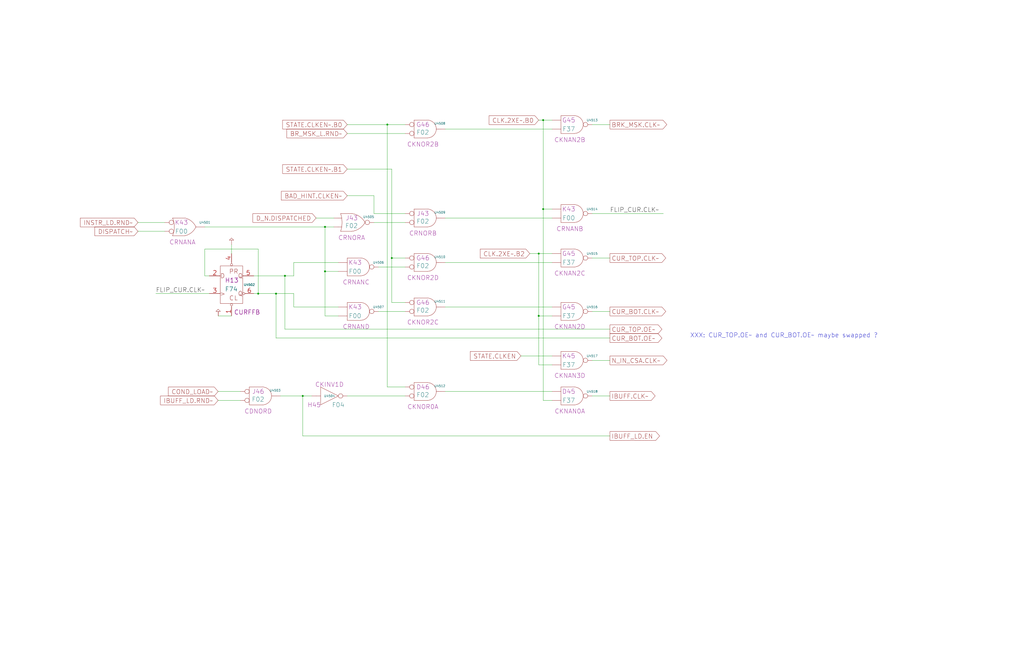
<source format=kicad_sch>
(kicad_sch (version 20230121) (generator eeschema)
  (paper "User" 584.2 378.46)
  (title_block (title "MACRO CONTROL") (date "22-MAY-90") (rev "1.0") (comment 1 "SEQUENCER") (comment 2 "232-003064") (comment 3 "S400") (comment 4 "RELEASED"))
  (lib_symbols
    (symbol "r1000:F00" (pin_numbers hide) (pin_names hide)
      (property "Reference" "U" (at 15.24 0 0))
      (property "Value" "F00" (at 1.905 -5.08 0))
      (property "Location" "___" (at 1.905 0 0))
      (property "Name" "______" (at 2.54 -12.7 0))
      (symbol "F00_0_1"
        (polyline (pts (xy -2.54 -7.62) (xy 5.08 -7.62)) (stroke (width 0.1524)))
        (polyline (pts (xy -2.54 2.54) (xy -2.54 -7.62)) (stroke (width 0.1524)))
        (polyline (pts (xy -2.54 2.54) (xy 5.08 2.54)) (stroke (width 0.1524)))
        (arc (start 5.08 -7.62) (mid 10.1282 -2.54) (end 5.08 2.54) (stroke (width 0.1524)))
        (circle (center 11.43 -2.54) (radius 1.27) (stroke (width 0.1524)))
      )
      (symbol "F00_0_2"
        (circle (center -3.81 -5.08) (radius 1.27) (stroke (width 0.1524)))
        (circle (center -3.81 0) (radius 1.27) (stroke (width 0.1524)))
        (arc (start -3.175 -7.62) (mid -2.134 -2.54) (end -3.175 2.54) (stroke (width 0.1524)))
        (polyline (pts (xy -3.175 -7.62) (xy 3.81 -7.62)) (stroke (width 0.1524)))
        (polyline (pts (xy -3.175 2.54) (xy 3.81 2.54)) (stroke (width 0.1524)))
        (arc (start 3.81 -7.62) (mid 7.5855 -5.8306) (end 10.16 -2.54) (stroke (width 0.1524)))
        (arc (start 10.16 -2.54) (mid 7.5827 0.7471) (end 3.81 2.54) (stroke (width 0.1524)))
      )
      (symbol "F00_1_1"
        (pin input line (at -7.62 0 0) (length 5.08) (name "D0") (number "1"))
        (pin input line (at -7.62 -5.08 0) (length 5.08) (name "D1") (number "2"))
        (pin output line (at 15.24 -2.54 180) (length 2.54) (name "Q") (number "3"))
      )
      (symbol "F00_1_2"
        (pin input line (at -7.62 0 0) (length 2.54) (name "D0") (number "1"))
        (pin input line (at -7.62 -5.08 0) (length 2.54) (name "D1") (number "2"))
        (pin output line (at 15.24 -2.54 180) (length 5.08) (name "Q") (number "3"))
      )
    )
    (symbol "r1000:F02" (pin_numbers hide) (pin_names hide)
      (property "Reference" "U" (at 12.16 0.635 0))
      (property "Value" "F02" (at -1.27 -4.445 0))
      (property "Location" "___" (at 2.54 0 0))
      (property "Name" "______" (at 2.54 -12.7 0))
      (symbol "F02_0_1"
        (arc (start -3.81 -7.62) (mid -2.9847 -2.54) (end -3.81 2.54) (stroke (width 0.1524)))
        (polyline (pts (xy -5.08 -5.08) (xy -3.175 -5.08)) (stroke (width 0.1524)))
        (polyline (pts (xy -5.08 0) (xy -3.175 0)) (stroke (width 0.1524)))
        (polyline (pts (xy -3.81 -7.62) (xy 2.54 -7.62)) (stroke (width 0.1524)))
        (polyline (pts (xy -3.81 2.54) (xy 2.54 2.54)) (stroke (width 0.1524)))
        (polyline (pts (xy 13.97 -2.54) (xy 12.7 -2.54)) (stroke (width 0.1524)))
        (arc (start 2.54 -7.62) (mid 6.9515 -5.9823) (end 10.16 -2.54) (stroke (width 0.1524)))
        (arc (start 10.16 -2.54) (mid 6.9478 0.8966) (end 2.54 2.54) (stroke (width 0.1524)))
        (circle (center 11.43 -2.54) (radius 1.27) (stroke (width 0.1524)))
      )
      (symbol "F02_0_2"
        (circle (center -3.81 -5.08) (radius 1.27) (stroke (width 0.1524)))
        (circle (center -3.81 0) (radius 1.27) (stroke (width 0.1524)))
        (polyline (pts (xy -2.54 -7.62) (xy 5.08 -7.62)) (stroke (width 0.1524)))
        (polyline (pts (xy -2.54 2.54) (xy -2.54 -7.62)) (stroke (width 0.1524)))
        (polyline (pts (xy -2.54 2.54) (xy 5.08 2.54)) (stroke (width 0.1524)))
        (polyline (pts (xy 11.43 -2.54) (xy 10.16 -2.54)) (stroke (width 0.1524)))
        (polyline (pts (xy 11.43 -2.54) (xy 12.7 -2.54)) (stroke (width 0.1524)))
        (arc (start 5.08 -7.62) (mid 10.1282 -2.54) (end 5.08 2.54) (stroke (width 0.1524)))
      )
      (symbol "F02_1_1"
        (pin input line (at -7.62 0 0) (length 2.54) (name "D0") (number "1"))
        (pin input line (at -7.62 -5.08 0) (length 2.54) (name "D1") (number "2"))
        (pin output line (at 15.24 -2.54 180) (length 1.27) (name "Q") (number "3"))
      )
      (symbol "F02_1_2"
        (pin input line (at -7.62 0 0) (length 2.54) (name "D0") (number "1"))
        (pin input line (at -7.62 -5.08 0) (length 2.54) (name "D1") (number "2"))
        (pin output line (at 15.24 -2.54 180) (length 2.54) (name "Q") (number "3"))
      )
    )
    (symbol "r1000:F04" (pin_numbers hide) (pin_names hide)
      (property "Reference" "U" (at 0 0 0))
      (property "Value" "F04" (at 1.27 -5.08 0))
      (property "Location" "___" (at -12.7 -5.08 0))
      (property "Name" "______" (at 0 5.08 0))
      (symbol "F04_0_1"
        (polyline (pts (xy -7.62 0) (xy -5.08 0)) (stroke (width 0.1524)))
        (polyline (pts (xy -5.08 5.08) (xy -5.08 -5.08)) (stroke (width 0.1524)))
        (polyline (pts (xy 5.08 0) (xy -5.08 -5.08)) (stroke (width 0.1524)))
        (polyline (pts (xy 5.08 0) (xy -5.08 5.08)) (stroke (width 0.1524)))
        (circle (center 6.35 0) (radius 1.27) (stroke (width 0.1524)))
      )
      (symbol "F04_1_1"
        (pin input line (at -10.16 0 0) (length 2.54) (name "D0") (number "1"))
        (pin output line (at 10.16 0 180) (length 2.54) (name "Q") (number "2"))
      )
    )
    (symbol "r1000:F37" (pin_numbers hide) (pin_names (offset 0) hide)
      (property "Reference" "U" (at 15.24 0 0))
      (property "Value" "F37" (at 1.905 -5.08 0))
      (property "Location" "___" (at 1.905 0 0))
      (property "Name" "______" (at 2.54 -12.7 0))
      (symbol "F37_0_1"
        (polyline (pts (xy -2.54 -7.62) (xy 5.08 -7.62)) (stroke (width 0.1524)))
        (polyline (pts (xy -2.54 2.54) (xy -2.54 -7.62)) (stroke (width 0.1524)))
        (polyline (pts (xy -2.54 2.54) (xy 5.08 2.54)) (stroke (width 0.1524)))
        (arc (start 5.08 -7.62) (mid 10.1282 -2.54) (end 5.08 2.54) (stroke (width 0.1524)))
        (circle (center 11.43 -2.54) (radius 1.27) (stroke (width 0.1524)))
      )
      (symbol "F37_0_2"
        (circle (center -3.81 -5.08) (radius 1.27) (stroke (width 0.1524)))
        (circle (center -3.81 0) (radius 1.27) (stroke (width 0.1524)))
        (arc (start -3.175 -7.62) (mid -2.134 -2.54) (end -3.175 2.54) (stroke (width 0.1524)))
        (polyline (pts (xy -3.175 -7.62) (xy 3.81 -7.62)) (stroke (width 0.1524)))
        (polyline (pts (xy -3.175 2.54) (xy 3.81 2.54)) (stroke (width 0.1524)))
        (arc (start 3.81 -7.62) (mid 7.5855 -5.8306) (end 10.16 -2.54) (stroke (width 0.1524)))
        (arc (start 10.16 -2.54) (mid 7.5827 0.7471) (end 3.81 2.54) (stroke (width 0.1524)))
      )
      (symbol "F37_1_1"
        (pin input line (at -7.62 0 0) (length 5.08) (name "D0") (number "1"))
        (pin input line (at -7.62 -5.08 0) (length 5.08) (name "D1") (number "2"))
        (pin output line (at 15.24 -2.54 180) (length 2.54) (name "Q") (number "3"))
      )
      (symbol "F37_1_2"
        (pin input line (at -7.62 0 0) (length 2.54) (name "D0") (number "1"))
        (pin input line (at -7.62 -5.08 0) (length 2.54) (name "D1") (number "2"))
        (pin output line (at 15.24 -2.54 180) (length 5.08) (name "Q") (number "3"))
      )
    )
    (symbol "r1000:F74" (pin_names (offset 1.016) hide)
      (property "Reference" "U" (at 12.7 -2.54 0))
      (property "Value" "F74" (at -1.27 -5.08 0))
      (property "Location" "___" (at -1.27 0 0))
      (property "Name" "______" (at 11.43 -19.685 0))
      (symbol "F74_0_1"
        (rectangle (start -3.81 8.255) (end 8.89 -13.335) (stroke (width 0.1524)))
        (polyline (pts (xy 2.54 -15.24) (xy 2.54 -14.605)) (stroke (width 0.1524)))
        (polyline (pts (xy 2.54 10.16) (xy 2.54 9.525)) (stroke (width 0.1524)))
      )
      (symbol "F74_1_1"
        (circle (center 2.54 -13.97) (radius 0.635))
        (circle (center 2.54 8.89) (radius 0.635))
        (circle (center 9.525 -7.62) (radius 0.635))
        (text ">" (at -2.54 -7.62 0) (effects (font (size 2.54 2.54))))
        (text "C" (at 2.54 -10.16 0) (effects (font (size 2.54 2.54))))
        (text "D" (at -2.54 2.54 0) (effects (font (size 2.54 2.54))))
        (text "L" (at 5.08 -10.16 0) (effects (font (size 2.54 2.54))))
        (text "P" (at 2.54 5.08 0) (effects (font (size 2.54 2.54))))
        (text "Q" (at 7.62 -7.62 0) (effects (font (size 2.54 2.54))))
        (text "Q" (at 7.62 2.54 0) (effects (font (size 2.54 2.54))))
        (text "R" (at 5.08 5.08 0) (effects (font (size 2.54 2.54))))
        (pin input line (at 2.54 -20.32 90) (length 5.08) (name "CL_") (number "1"))
        (pin input line (at -10.16 2.54 0) (length 6.35) (name "D") (number "2"))
        (pin input line (at -10.16 -7.62 0) (length 6.35) (name "CLK") (number "3"))
        (pin input line (at 2.54 15.24 270) (length 5.08) (name "PR_") (number "4"))
        (pin output line (at 15.24 2.54 180) (length 6.35) (name "Q") (number "5"))
        (pin output line (at 15.24 -7.62 180) (length 5.08) (name "Q_") (number "6"))
      )
    )
    (symbol "r1000:PU" (power) (pin_numbers hide) (pin_names hide)
      (symbol "PU_0_1"
        (polyline (pts (xy 0 2.54) (xy -1.27 2.54) (xy 0 3.81) (xy 1.27 2.54) (xy 0 2.54)) (stroke (width 0.1524)))
      )
      (symbol "PU_1_1"
        (pin power_in line (at 0 0 90) (length 2.54) (name "PU") (number "1"))
      )
    )
  )
  (junction (at 307.34 144.78))
  (junction (at 185.42 154.94))
  (junction (at 162.56 157.48))
  (junction (at 309.88 119.38))
  (junction (at 172.72 226.06))
  (junction (at 223.52 147.32))
  (junction (at 220.98 71.12))
  (junction (at 309.88 68.58))
  (junction (at 147.32 167.64))
  (junction (at 157.48 167.64))
  (junction (at 185.42 129.54))
  (junction (at 307.34 180.34))
  (wire (pts (xy 347.98 193.04) (xy 157.48 193.04)))
  (wire (pts (xy 193.04 180.34) (xy 185.42 180.34)))
  (wire (pts (xy 337.82 121.92) (xy 378.46 121.92)))
  (wire (pts (xy 198.12 111.76) (xy 213.36 111.76)))
  (wire (pts (xy 185.42 154.94) (xy 193.04 154.94)))
  (wire (pts (xy 124.46 228.6) (xy 137.16 228.6)))
  (wire (pts (xy 254 223.52) (xy 314.96 223.52)))
  (wire (pts (xy 220.98 71.12) (xy 231.14 71.12)))
  (wire (pts (xy 185.42 129.54) (xy 190.5 129.54)))
  (wire (pts (xy 231.14 220.98) (xy 220.98 220.98)))
  (wire (pts (xy 172.72 226.06) (xy 172.72 248.92)))
  (wire (pts (xy 213.36 111.76) (xy 213.36 121.92)))
  (wire (pts (xy 254 73.66) (xy 314.96 73.66)))
  (wire (pts (xy 147.32 142.24) (xy 147.32 167.64)))
  (wire (pts (xy 198.12 96.52) (xy 223.52 96.52)))
  (wire (pts (xy 160.02 226.06) (xy 172.72 226.06)))
  (wire (pts (xy 162.56 157.48) (xy 144.78 157.48)))
  (wire (pts (xy 124.46 180.34) (xy 132.08 180.34)))
  (wire (pts (xy 309.88 119.38) (xy 309.88 228.6)))
  (wire (pts (xy 314.96 119.38) (xy 309.88 119.38)))
  (wire (pts (xy 337.82 71.12) (xy 347.98 71.12)))
  (wire (pts (xy 307.34 68.58) (xy 309.88 68.58)))
  (wire (pts (xy 167.64 175.26) (xy 167.64 167.64)))
  (wire (pts (xy 337.82 147.32) (xy 347.98 147.32)))
  (wire (pts (xy 213.36 121.92) (xy 231.14 121.92)))
  (wire (pts (xy 215.9 152.4) (xy 231.14 152.4)))
  (wire (pts (xy 172.72 248.92) (xy 347.98 248.92)))
  (wire (pts (xy 337.82 226.06) (xy 347.98 226.06)))
  (wire (pts (xy 185.42 154.94) (xy 185.42 129.54)))
  (wire (pts (xy 198.12 76.2) (xy 231.14 76.2)))
  (wire (pts (xy 167.64 149.86) (xy 167.64 157.48)))
  (wire (pts (xy 309.88 68.58) (xy 314.96 68.58)))
  (wire (pts (xy 180.34 124.46) (xy 190.5 124.46)))
  (wire (pts (xy 157.48 167.64) (xy 167.64 167.64)))
  (wire (pts (xy 78.74 127) (xy 93.98 127)))
  (wire (pts (xy 193.04 149.86) (xy 167.64 149.86)))
  (wire (pts (xy 147.32 167.64) (xy 157.48 167.64)))
  (wire (pts (xy 88.9 167.64) (xy 119.38 167.64)))
  (wire (pts (xy 337.82 205.74) (xy 347.98 205.74)))
  (wire (pts (xy 314.96 180.34) (xy 307.34 180.34)))
  (wire (pts (xy 116.84 142.24) (xy 147.32 142.24)))
  (wire (pts (xy 307.34 144.78) (xy 314.96 144.78)))
  (wire (pts (xy 307.34 208.28) (xy 307.34 180.34)))
  (wire (pts (xy 297.18 203.2) (xy 314.96 203.2)))
  (wire (pts (xy 144.78 167.64) (xy 147.32 167.64)))
  (wire (pts (xy 314.96 208.28) (xy 307.34 208.28)))
  (wire (pts (xy 172.72 226.06) (xy 177.8 226.06)))
  (wire (pts (xy 198.12 71.12) (xy 220.98 71.12)))
  (wire (pts (xy 132.08 139.7) (xy 132.08 144.78)))
  (wire (pts (xy 223.52 147.32) (xy 231.14 147.32)))
  (wire (pts (xy 215.9 177.8) (xy 231.14 177.8)))
  (wire (pts (xy 116.84 129.54) (xy 185.42 129.54)))
  (wire (pts (xy 198.12 226.06) (xy 231.14 226.06)))
  (wire (pts (xy 157.48 167.64) (xy 157.48 193.04)))
  (wire (pts (xy 223.52 96.52) (xy 223.52 147.32)))
  (wire (pts (xy 337.82 177.8) (xy 347.98 177.8)))
  (wire (pts (xy 119.38 157.48) (xy 116.84 157.48)))
  (wire (pts (xy 254 124.46) (xy 314.96 124.46)))
  (wire (pts (xy 254 175.26) (xy 314.96 175.26)))
  (wire (pts (xy 314.96 228.6) (xy 309.88 228.6)))
  (wire (pts (xy 193.04 175.26) (xy 167.64 175.26)))
  (wire (pts (xy 220.98 220.98) (xy 220.98 71.12)))
  (wire (pts (xy 167.64 157.48) (xy 162.56 157.48)))
  (wire (pts (xy 302.26 144.78) (xy 307.34 144.78)))
  (wire (pts (xy 185.42 180.34) (xy 185.42 154.94)))
  (wire (pts (xy 124.46 223.52) (xy 137.16 223.52)))
  (wire (pts (xy 309.88 119.38) (xy 309.88 68.58)))
  (wire (pts (xy 231.14 172.72) (xy 223.52 172.72)))
  (wire (pts (xy 254 149.86) (xy 314.96 149.86)))
  (wire (pts (xy 162.56 157.48) (xy 162.56 187.96)))
  (wire (pts (xy 78.74 132.08) (xy 93.98 132.08)))
  (wire (pts (xy 347.98 187.96) (xy 162.56 187.96)))
  (wire (pts (xy 213.36 127) (xy 231.14 127)))
  (wire (pts (xy 223.52 172.72) (xy 223.52 147.32)))
  (wire (pts (xy 307.34 180.34) (xy 307.34 144.78)))
  (wire (pts (xy 116.84 157.48) (xy 116.84 142.24)))
  (text "XXX: CUR_TOP.OE~ and CUR_BOT.OE~ maybe swapped ?\n" (at 393.7 193.04 0) (effects (font (size 2.54 2.54)) (justify left bottom)))
  (label "FLIP_CUR.CLK~" (at 347.98 121.92 0) (effects (font (size 2.54 2.54))))
  (label "FLIP_CUR.CLK~" (at 88.9 167.64 0) (effects (font (size 2.54 2.54))))
  (global_label "CUR_TOP.OE~" (shape output) (at 347.98 187.96 0) (effects (font (size 2.54 2.54))) (property "Intersheetrefs" "${INTERSHEET_REFS}" (at 377.6012 187.8013 0) (effects (font (size 1.905 1.905)) (justify left))))
  (global_label "DISPATCH~" (shape input) (at 78.74 132.08 180) (effects (font (size 2.54 2.54))) (property "Intersheetrefs" "${INTERSHEET_REFS}" (at 54.0778 131.9213 0) (effects (font (size 1.905 1.905)) (justify right))))
  (global_label "IBUFF.CLK~" (shape output) (at 347.98 226.06 0) (effects (font (size 2.54 2.54))) (property "Intersheetrefs" "${INTERSHEET_REFS}" (at 373.7308 225.9013 0) (effects (font (size 1.905 1.905)) (justify left))))
  (global_label "D_N.DISPATCHED" (shape input) (at 180.34 124.46 180) (effects (font (size 2.54 2.54))) (property "Intersheetrefs" "${INTERSHEET_REFS}" (at 144.3083 124.3013 0) (effects (font (size 1.905 1.905)) (justify right))))
  (global_label "CUR_BOT.OE~" (shape output) (at 347.98 193.04 0) (effects (font (size 2.54 2.54))) (property "Intersheetrefs" "${INTERSHEET_REFS}" (at 377.6012 192.8813 0) (effects (font (size 1.905 1.905)) (justify left))))
  (global_label "CUR_TOP.CLK~" (shape output) (at 347.98 147.32 0) (effects (font (size 2.54 2.54))) (property "Intersheetrefs" "${INTERSHEET_REFS}" (at 379.7784 147.1613 0) (effects (font (size 1.905 1.905)) (justify left))))
  (global_label "STATE.CLKEN~.B0" (shape input) (at 198.12 71.12 180) (effects (font (size 2.54 2.54))) (property "Intersheetrefs" "${INTERSHEET_REFS}" (at 161.2416 70.9613 0) (effects (font (size 1.905 1.905)) (justify right))))
  (global_label "BAD_HINT.CLKEN~" (shape input) (at 198.12 111.76 180) (effects (font (size 2.54 2.54))) (property "Intersheetrefs" "${INTERSHEET_REFS}" (at 160.5159 111.6013 0) (effects (font (size 1.905 1.905)) (justify right))))
  (global_label "STATE.CLKEN" (shape input) (at 297.18 203.2 180) (effects (font (size 2.54 2.54))) (property "Intersheetrefs" "${INTERSHEET_REFS}" (at 268.2845 203.0413 0) (effects (font (size 1.905 1.905)) (justify right))))
  (global_label "CUR_BOT.CLK~" (shape output) (at 347.98 177.8 0) (effects (font (size 2.54 2.54))) (property "Intersheetrefs" "${INTERSHEET_REFS}" (at 379.7784 177.6413 0) (effects (font (size 1.905 1.905)) (justify left))))
  (global_label "CLK.2XE~.B0" (shape input) (at 307.34 68.58 180) (effects (font (size 2.54 2.54))) (property "Intersheetrefs" "${INTERSHEET_REFS}" (at 279.0492 68.4213 0) (effects (font (size 1.905 1.905)) (justify right))))
  (global_label "COND_LOAD~" (shape input) (at 124.46 223.52 180) (effects (font (size 2.54 2.54))) (property "Intersheetrefs" "${INTERSHEET_REFS}" (at 96.0483 223.3613 0) (effects (font (size 1.905 1.905)) (justify right))))
  (global_label "N_IN_CSA.CLK~" (shape output) (at 347.98 205.74 0) (effects (font (size 2.54 2.54))) (property "Intersheetrefs" "${INTERSHEET_REFS}" (at 380.5041 205.5813 0) (effects (font (size 1.905 1.905)) (justify left))))
  (global_label "CLK.2XE~.B2" (shape input) (at 302.26 144.78 180) (effects (font (size 2.54 2.54))) (property "Intersheetrefs" "${INTERSHEET_REFS}" (at 273.9692 144.6213 0) (effects (font (size 1.905 1.905)) (justify right))))
  (global_label "INSTR_LD.RND~" (shape input) (at 78.74 127 180) (effects (font (size 2.54 2.54))) (property "Intersheetrefs" "${INTERSHEET_REFS}" (at 45.853 126.8413 0) (effects (font (size 1.905 1.905)) (justify right))))
  (global_label "IBUFF_LD.EN" (shape output) (at 347.98 248.92 0) (effects (font (size 2.54 2.54))) (property "Intersheetrefs" "${INTERSHEET_REFS}" (at 376.2708 248.7613 0) (effects (font (size 1.905 1.905)) (justify left))))
  (global_label "BRK_MSK.CLK~" (shape output) (at 347.98 71.12 0) (effects (font (size 2.54 2.54))) (property "Intersheetrefs" "${INTERSHEET_REFS}" (at 380.3831 70.9613 0) (effects (font (size 1.905 1.905)) (justify left))))
  (global_label "STATE.CLKEN~.B1" (shape input) (at 198.12 96.52 180) (effects (font (size 2.54 2.54))) (property "Intersheetrefs" "${INTERSHEET_REFS}" (at 161.2416 96.3613 0) (effects (font (size 1.905 1.905)) (justify right))))
  (global_label "BR_MSK_L.RND~" (shape input) (at 198.12 76.2 180) (effects (font (size 2.54 2.54))) (property "Intersheetrefs" "${INTERSHEET_REFS}" (at 163.6607 76.0413 0) (effects (font (size 1.905 1.905)) (justify right))))
  (global_label "IBUFF_LD.RND~" (shape input) (at 124.46 228.6 180) (effects (font (size 2.54 2.54))) (property "Intersheetrefs" "${INTERSHEET_REFS}" (at 91.573 228.4413 0) (effects (font (size 1.905 1.905)) (justify right))))
  (symbol (lib_id "r1000:F04") (at 187.96 226.06 0) (unit 1)
    (property "Reference" "U4504" (at 187.96 226.06 0))
    (property "Value" "F04" (at 189.23 231.14 0) (effects (font (size 2.54 2.54)) (justify left)))
    (property "Location" "H45" (at 175.26 231.14 0) (effects (font (size 2.54 2.54)) (justify left)))
    (property "Name" "CKINV1D" (at 187.96 220.98 0) (effects (font (size 2.54 2.54)) (justify bottom)))
  )
  (symbol (lib_id "r1000:F00") (at 200.66 175.26 0) (unit 1)
    (property "Reference" "U4507" (at 215.9 175.26 0))
    (property "Value" "F00" (at 202.565 180.34 0) (effects (font (size 2.54 2.54))))
    (property "Location" "K43" (at 202.565 175.26 0) (effects (font (size 2.54 2.54))))
    (property "Name" "CRNAND" (at 203.2 187.96 0) (effects (font (size 2.54 2.54)) (justify bottom)))
  )
  (symbol (lib_id "r1000:F00") (at 322.58 119.38 0) (unit 1)
    (property "Reference" "U4514" (at 337.82 119.38 0))
    (property "Value" "F00" (at 324.485 124.46 0) (effects (font (size 2.54 2.54))))
    (property "Location" "K43" (at 324.485 119.38 0) (effects (font (size 2.54 2.54))))
    (property "Name" "CRNANB" (at 325.12 132.08 0) (effects (font (size 2.54 2.54)) (justify bottom)))
  )
  (symbol (lib_id "r1000:F37") (at 322.58 203.2 0) (unit 1)
    (property "Reference" "U4517" (at 337.82 203.2 0))
    (property "Value" "F37" (at 324.485 208.28 0) (effects (font (size 2.54 2.54))))
    (property "Location" "K45" (at 324.485 203.2 0) (effects (font (size 2.54 2.54))))
    (property "Name" "CKNAN3D" (at 325.12 215.9 0) (effects (font (size 2.54 2.54)) (justify bottom)))
  )
  (symbol (lib_id "r1000:F37") (at 322.58 175.26 0) (unit 1)
    (property "Reference" "U4516" (at 337.82 175.26 0))
    (property "Value" "F37" (at 324.485 180.34 0) (effects (font (size 2.54 2.54))))
    (property "Location" "G45" (at 324.485 175.26 0) (effects (font (size 2.54 2.54))))
    (property "Name" "CKNAN2D" (at 325.12 187.96 0) (effects (font (size 2.54 2.54)) (justify bottom)))
  )
  (symbol (lib_id "r1000:F02") (at 238.76 172.72 0) (unit 1) (convert 2)
    (property "Reference" "U4511" (at 250.92 172.085 0))
    (property "Value" "F02" (at 237.49 177.165 0) (effects (font (size 2.54 2.54)) (justify left)))
    (property "Location" "G46" (at 241.3 172.72 0) (effects (font (size 2.54 2.54))))
    (property "Name" "CKNOR2C" (at 241.3 185.42 0) (effects (font (size 2.54 2.54)) (justify bottom)))
  )
  (symbol (lib_id "r1000:F37") (at 322.58 144.78 0) (unit 1)
    (property "Reference" "U4515" (at 337.82 144.78 0))
    (property "Value" "F37" (at 324.485 149.86 0) (effects (font (size 2.54 2.54))))
    (property "Location" "G45" (at 324.485 144.78 0) (effects (font (size 2.54 2.54))))
    (property "Name" "CKNAN2C" (at 325.12 157.48 0) (effects (font (size 2.54 2.54)) (justify bottom)))
  )
  (symbol (lib_id "r1000:F02") (at 238.76 121.92 0) (unit 1) (convert 2)
    (property "Reference" "U4509" (at 250.92 121.285 0))
    (property "Value" "F02" (at 237.49 126.365 0) (effects (font (size 2.54 2.54)) (justify left)))
    (property "Location" "J43" (at 241.3 121.92 0) (effects (font (size 2.54 2.54))))
    (property "Name" "CRNORB" (at 241.3 134.62 0) (effects (font (size 2.54 2.54)) (justify bottom)))
  )
  (symbol (lib_id "r1000:F02") (at 198.12 124.46 0) (unit 1)
    (property "Reference" "U4505" (at 210.28 123.825 0))
    (property "Value" "F02" (at 196.85 128.905 0) (effects (font (size 2.54 2.54)) (justify left)))
    (property "Location" "J43" (at 200.66 124.46 0) (effects (font (size 2.54 2.54))))
    (property "Name" "CRNORA" (at 200.66 137.16 0) (effects (font (size 2.54 2.54)) (justify bottom)))
  )
  (symbol (lib_id "r1000:F02") (at 238.76 147.32 0) (unit 1) (convert 2)
    (property "Reference" "U4510" (at 250.92 146.685 0))
    (property "Value" "F02" (at 237.49 151.765 0) (effects (font (size 2.54 2.54)) (justify left)))
    (property "Location" "G46" (at 241.3 147.32 0) (effects (font (size 2.54 2.54))))
    (property "Name" "CKNOR2D" (at 241.3 160.02 0) (effects (font (size 2.54 2.54)) (justify bottom)))
  )
  (symbol (lib_id "r1000:F37") (at 322.58 68.58 0) (unit 1)
    (property "Reference" "U4513" (at 337.82 68.58 0))
    (property "Value" "F37" (at 324.485 73.66 0) (effects (font (size 2.54 2.54))))
    (property "Location" "G45" (at 324.485 68.58 0) (effects (font (size 2.54 2.54))))
    (property "Name" "CKNAN2B" (at 325.12 81.28 0) (effects (font (size 2.54 2.54)) (justify bottom)))
  )
  (symbol (lib_id "r1000:PU") (at 124.46 180.34 0) (unit 1)
    (property "Reference" "#PWR04501" (effects hide))
    (property "Value" "PU" (effects hide))
  )
  (symbol (lib_id "r1000:F02") (at 238.76 220.98 0) (unit 1) (convert 2)
    (property "Reference" "U4512" (at 250.92 220.345 0))
    (property "Value" "F02" (at 237.49 225.425 0) (effects (font (size 2.54 2.54)) (justify left)))
    (property "Location" "D46" (at 241.3 220.98 0) (effects (font (size 2.54 2.54))))
    (property "Name" "CKNOR0A" (at 241.3 233.68 0) (effects (font (size 2.54 2.54)) (justify bottom)))
  )
  (symbol (lib_id "r1000:F37") (at 322.58 223.52 0) (unit 1)
    (property "Reference" "U4518" (at 337.82 223.52 0))
    (property "Value" "F37" (at 324.485 228.6 0) (effects (font (size 2.54 2.54))))
    (property "Location" "D45" (at 324.485 223.52 0) (effects (font (size 2.54 2.54))))
    (property "Name" "CKNAN0A" (at 325.12 236.22 0) (effects (font (size 2.54 2.54)) (justify bottom)))
  )
  (symbol (lib_id "r1000:F02") (at 238.76 71.12 0) (unit 1) (convert 2)
    (property "Reference" "U4508" (at 250.92 70.485 0))
    (property "Value" "F02" (at 237.49 75.565 0) (effects (font (size 2.54 2.54)) (justify left)))
    (property "Location" "G46" (at 241.3 71.12 0) (effects (font (size 2.54 2.54))))
    (property "Name" "CKNOR2B" (at 241.3 83.82 0) (effects (font (size 2.54 2.54)) (justify bottom)))
  )
  (symbol (lib_id "r1000:F00") (at 101.6 127 0) (unit 1) (convert 2)
    (property "Reference" "U4501" (at 116.84 127 0))
    (property "Value" "F00" (at 103.505 132.08 0) (effects (font (size 2.54 2.54))))
    (property "Location" "K43" (at 103.505 127 0) (effects (font (size 2.54 2.54))))
    (property "Name" "CRNANA" (at 104.14 139.7 0) (effects (font (size 2.54 2.54)) (justify bottom)))
  )
  (symbol (lib_id "r1000:PU") (at 132.08 139.7 0) (unit 1)
    (property "Reference" "#PWR04502" (effects hide))
    (property "Value" "PU" (effects hide))
  )
  (symbol (lib_id "r1000:F74") (at 129.54 160.02 0) (unit 1)
    (property "Reference" "U4502" (at 142.24 162.56 0))
    (property "Value" "F74" (at 128.27 165.1 0) (effects (font (size 2.54 2.54)) (justify left)))
    (property "Location" "H13" (at 128.27 160.02 0) (effects (font (size 2.54 2.54)) (justify left)))
    (property "Name" "CURFFB" (at 140.97 179.705 0) (effects (font (size 2.54 2.54)) (justify bottom)))
  )
  (symbol (lib_id "r1000:F00") (at 200.66 149.86 0) (unit 1)
    (property "Reference" "U4506" (at 215.9 149.86 0))
    (property "Value" "F00" (at 202.565 154.94 0) (effects (font (size 2.54 2.54))))
    (property "Location" "K43" (at 202.565 149.86 0) (effects (font (size 2.54 2.54))))
    (property "Name" "CRNANC" (at 203.2 162.56 0) (effects (font (size 2.54 2.54)) (justify bottom)))
  )
  (symbol (lib_id "r1000:F02") (at 144.78 223.52 0) (unit 1) (convert 2)
    (property "Reference" "U4503" (at 156.94 222.885 0))
    (property "Value" "F02" (at 143.51 227.965 0) (effects (font (size 2.54 2.54)) (justify left)))
    (property "Location" "J46" (at 147.32 223.52 0) (effects (font (size 2.54 2.54))))
    (property "Name" "CDNORD" (at 147.32 236.22 0) (effects (font (size 2.54 2.54)) (justify bottom)))
  )
)
</source>
